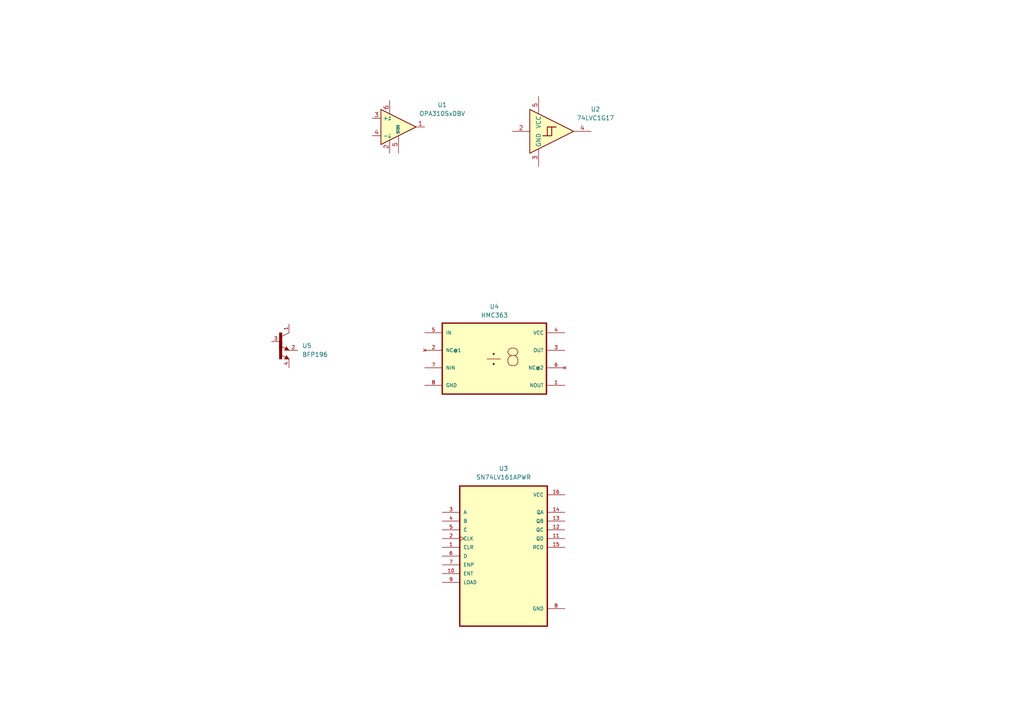
<source format=kicad_sch>
(kicad_sch
	(version 20250114)
	(generator "eeschema")
	(generator_version "9.0")
	(uuid "111c022a-3320-492c-a4da-0a250f390ba3")
	(paper "A4")
	(lib_symbols
		(symbol "74xGxx:74LVC1G17"
			(exclude_from_sim no)
			(in_bom yes)
			(on_board yes)
			(property "Reference" "U"
				(at 0 3.81 0)
				(effects
					(font
						(size 1.27 1.27)
					)
					(justify left)
				)
			)
			(property "Value" "74LVC1G17"
				(at 0 -3.81 0)
				(effects
					(font
						(size 1.27 1.27)
					)
					(justify left)
				)
			)
			(property "Footprint" ""
				(at -2.54 0 0)
				(effects
					(font
						(size 1.27 1.27)
					)
					(hide yes)
				)
			)
			(property "Datasheet" "https://www.ti.com/lit/ds/symlink/sn74lvc1g17.pdf"
				(at 0 -6.35 0)
				(effects
					(font
						(size 1.27 1.27)
					)
					(justify left)
					(hide yes)
				)
			)
			(property "Description" "Single Schmitt Buffer Gate, Low-Voltage CMOS"
				(at 0 0 0)
				(effects
					(font
						(size 1.27 1.27)
					)
					(hide yes)
				)
			)
			(property "ki_keywords" "Single Gate Buff Schmitt LVC CMOS"
				(at 0 0 0)
				(effects
					(font
						(size 1.27 1.27)
					)
					(hide yes)
				)
			)
			(property "ki_fp_filters" "SOT?23* SOT?553* Texas?R-PDSO-G5?DCK* Texas?R-PDSO-N5?DRL* Texas?X2SON*0.8x0.8mm*P0.48mm*"
				(at 0 0 0)
				(effects
					(font
						(size 1.27 1.27)
					)
					(hide yes)
				)
			)
			(symbol "74LVC1G17_0_1"
				(polyline
					(pts
						(xy -7.62 6.35) (xy -7.62 -6.35) (xy 5.08 0) (xy -7.62 6.35)
					)
					(stroke
						(width 0.254)
						(type default)
					)
					(fill
						(type background)
					)
				)
				(polyline
					(pts
						(xy -3.81 -1.27) (xy -2.54 -1.27) (xy -2.54 1.27) (xy -1.27 1.27)
					)
					(stroke
						(width 0.254)
						(type default)
					)
					(fill
						(type background)
					)
				)
				(polyline
					(pts
						(xy -2.54 -1.27) (xy -1.27 -1.27) (xy -1.27 1.27) (xy 0 1.27)
					)
					(stroke
						(width 0.254)
						(type default)
					)
					(fill
						(type background)
					)
				)
			)
			(symbol "74LVC1G17_1_1"
				(pin input line
					(at -12.7 0 0)
					(length 5.08)
					(name "~"
						(effects
							(font
								(size 1.27 1.27)
							)
						)
					)
					(number "2"
						(effects
							(font
								(size 1.27 1.27)
							)
						)
					)
				)
				(pin no_connect line
					(at -7.62 5.08 180)
					(length 5.08)
					(hide yes)
					(name "NC"
						(effects
							(font
								(size 1.27 1.27)
							)
						)
					)
					(number "1"
						(effects
							(font
								(size 1.27 1.27)
							)
						)
					)
				)
				(pin power_in line
					(at -5.08 10.16 270)
					(length 5.08)
					(name "VCC"
						(effects
							(font
								(size 1.27 1.27)
							)
						)
					)
					(number "5"
						(effects
							(font
								(size 1.27 1.27)
							)
						)
					)
				)
				(pin power_in line
					(at -5.08 -10.16 90)
					(length 5.08)
					(name "GND"
						(effects
							(font
								(size 1.27 1.27)
							)
						)
					)
					(number "3"
						(effects
							(font
								(size 1.27 1.27)
							)
						)
					)
				)
				(pin output line
					(at 10.16 0 180)
					(length 5.08)
					(name "~"
						(effects
							(font
								(size 1.27 1.27)
							)
						)
					)
					(number "4"
						(effects
							(font
								(size 1.27 1.27)
							)
						)
					)
				)
			)
			(embedded_fonts no)
		)
		(symbol "Amplifier_Operational:OPA310SxDBV"
			(exclude_from_sim no)
			(in_bom yes)
			(on_board yes)
			(property "Reference" "U"
				(at 0 6.35 0)
				(effects
					(font
						(size 1.27 1.27)
					)
					(justify left)
				)
			)
			(property "Value" "OPA310SxDBV"
				(at 0 3.81 0)
				(effects
					(font
						(size 1.27 1.27)
					)
					(justify left)
				)
			)
			(property "Footprint" "Package_TO_SOT_SMD:SOT-23-6"
				(at 0 -15.24 0)
				(effects
					(font
						(size 1.27 1.27)
					)
					(hide yes)
				)
			)
			(property "Datasheet" "https://www.ti.com/lit/ds/symlink/opa310.pdf"
				(at 0 0 0)
				(effects
					(font
						(size 1.27 1.27)
					)
					(hide yes)
				)
			)
			(property "Description" "Single Rail-to-Rail Input/Output Operational Amplifier with Shutdown, 1.5..5.5V supply, 3MHz GBW, 250uV offset voltage, 150mA output current, SOT-23-6"
				(at 0 0 0)
				(effects
					(font
						(size 1.27 1.27)
					)
					(hide yes)
				)
			)
			(property "ki_keywords" "single opamp "
				(at 0 0 0)
				(effects
					(font
						(size 1.27 1.27)
					)
					(hide yes)
				)
			)
			(property "ki_fp_filters" "SOT?23*"
				(at 0 0 0)
				(effects
					(font
						(size 1.27 1.27)
					)
					(hide yes)
				)
			)
			(symbol "OPA310SxDBV_0_1"
				(polyline
					(pts
						(xy 5.08 0) (xy -5.08 5.08) (xy -5.08 -5.08) (xy 5.08 0)
					)
					(stroke
						(width 0.254)
						(type default)
					)
					(fill
						(type background)
					)
				)
			)
			(symbol "OPA310SxDBV_1_1"
				(pin input line
					(at -7.62 2.54 0)
					(length 2.54)
					(name "+"
						(effects
							(font
								(size 1.27 1.27)
							)
						)
					)
					(number "3"
						(effects
							(font
								(size 1.27 1.27)
							)
						)
					)
				)
				(pin input line
					(at -7.62 -2.54 0)
					(length 2.54)
					(name "-"
						(effects
							(font
								(size 1.27 1.27)
							)
						)
					)
					(number "4"
						(effects
							(font
								(size 1.27 1.27)
							)
						)
					)
				)
				(pin power_in line
					(at -2.54 7.62 270)
					(length 3.81)
					(name "V+"
						(effects
							(font
								(size 0.635 0.635)
							)
						)
					)
					(number "6"
						(effects
							(font
								(size 1.27 1.27)
							)
						)
					)
				)
				(pin power_in line
					(at -2.54 -7.62 90)
					(length 3.81)
					(name "V-"
						(effects
							(font
								(size 0.635 0.635)
							)
						)
					)
					(number "2"
						(effects
							(font
								(size 1.27 1.27)
							)
						)
					)
				)
				(pin input line
					(at 0 -7.62 90)
					(length 5.08)
					(name "~{SHDN}"
						(effects
							(font
								(size 0.635 0.635)
							)
						)
					)
					(number "5"
						(effects
							(font
								(size 1.27 1.27)
							)
						)
					)
				)
				(pin output line
					(at 7.62 0 180)
					(length 2.54)
					(name "~"
						(effects
							(font
								(size 1.27 1.27)
							)
						)
					)
					(number "1"
						(effects
							(font
								(size 1.27 1.27)
							)
						)
					)
				)
			)
			(embedded_fonts no)
		)
		(symbol "BFP196:BFP196"
			(pin_names
				(offset 1.016)
			)
			(exclude_from_sim no)
			(in_bom yes)
			(on_board yes)
			(property "Reference" "U"
				(at 5.0896 2.5448 0)
				(effects
					(font
						(size 1.27 1.27)
					)
					(justify left bottom)
				)
			)
			(property "Value" "BFP196"
				(at 5.0892 0 0)
				(effects
					(font
						(size 1.27 1.27)
					)
					(justify left bottom)
				)
			)
			(property "Footprint" "BFP196:SOT143"
				(at 0 0 0)
				(effects
					(font
						(size 1.27 1.27)
					)
					(justify bottom)
					(hide yes)
				)
			)
			(property "Datasheet" ""
				(at 0 0 0)
				(effects
					(font
						(size 1.27 1.27)
					)
					(hide yes)
				)
			)
			(property "Description" ""
				(at 0 0 0)
				(effects
					(font
						(size 1.27 1.27)
					)
					(hide yes)
				)
			)
			(property "MF" "Infineon Technologies"
				(at 0 0 0)
				(effects
					(font
						(size 1.27 1.27)
					)
					(justify bottom)
					(hide yes)
				)
			)
			(property "Description_1" "RF Transistor NPN 12V 150mA 7.5GHz 700mW Surface Mount PG-SOT343-4"
				(at 0 0 0)
				(effects
					(font
						(size 1.27 1.27)
					)
					(justify bottom)
					(hide yes)
				)
			)
			(property "Package" "TO-253-4 Infineon Technologies"
				(at 0 0 0)
				(effects
					(font
						(size 1.27 1.27)
					)
					(justify bottom)
					(hide yes)
				)
			)
			(property "Price" "None"
				(at 0 0 0)
				(effects
					(font
						(size 1.27 1.27)
					)
					(justify bottom)
					(hide yes)
				)
			)
			(property "SnapEDA_Link" "https://www.snapeda.com/parts/BFP196/Infineon/view-part/?ref=snap"
				(at 0 0 0)
				(effects
					(font
						(size 1.27 1.27)
					)
					(justify bottom)
					(hide yes)
				)
			)
			(property "MP" "BFP196"
				(at 0 0 0)
				(effects
					(font
						(size 1.27 1.27)
					)
					(justify bottom)
					(hide yes)
				)
			)
			(property "Availability" "Not in stock"
				(at 0 0 0)
				(effects
					(font
						(size 1.27 1.27)
					)
					(justify bottom)
					(hide yes)
				)
			)
			(property "Check_prices" "https://www.snapeda.com/parts/BFP196/Infineon/view-part/?ref=eda"
				(at 0 0 0)
				(effects
					(font
						(size 1.27 1.27)
					)
					(justify bottom)
					(hide yes)
				)
			)
			(symbol "BFP196_0_0"
				(rectangle
					(start -0.2544 -2.5437)
					(end 0.508 2.54)
					(stroke
						(width 0.1)
						(type default)
					)
					(fill
						(type outline)
					)
				)
				(rectangle
					(start -0.2541 -5.0822)
					(end 0.508 0)
					(stroke
						(width 0.1)
						(type default)
					)
					(fill
						(type outline)
					)
				)
				(polyline
					(pts
						(xy 1.27 -2.54) (xy 1.778 -1.524)
					)
					(stroke
						(width 0.1524)
						(type default)
					)
					(fill
						(type none)
					)
				)
				(polyline
					(pts
						(xy 1.27 -5.08) (xy 1.778 -4.064)
					)
					(stroke
						(width 0.1524)
						(type default)
					)
					(fill
						(type none)
					)
				)
				(polyline
					(pts
						(xy 1.524 -2.286) (xy 1.905 -2.286)
					)
					(stroke
						(width 0.254)
						(type default)
					)
					(fill
						(type none)
					)
				)
				(polyline
					(pts
						(xy 1.524 -2.413) (xy 2.286 -2.413)
					)
					(stroke
						(width 0.254)
						(type default)
					)
					(fill
						(type none)
					)
				)
				(polyline
					(pts
						(xy 1.524 -4.826) (xy 1.905 -4.826)
					)
					(stroke
						(width 0.254)
						(type default)
					)
					(fill
						(type none)
					)
				)
				(polyline
					(pts
						(xy 1.524 -4.953) (xy 2.286 -4.953)
					)
					(stroke
						(width 0.254)
						(type default)
					)
					(fill
						(type none)
					)
				)
				(polyline
					(pts
						(xy 1.54 -2.04) (xy 0.308 -1.424)
					)
					(stroke
						(width 0.1524)
						(type default)
					)
					(fill
						(type none)
					)
				)
				(polyline
					(pts
						(xy 1.54 -4.58) (xy 0.308 -3.964)
					)
					(stroke
						(width 0.1524)
						(type default)
					)
					(fill
						(type none)
					)
				)
				(polyline
					(pts
						(xy 1.778 -1.524) (xy 2.54 -2.54)
					)
					(stroke
						(width 0.1524)
						(type default)
					)
					(fill
						(type none)
					)
				)
				(polyline
					(pts
						(xy 1.778 -1.778) (xy 1.524 -2.286)
					)
					(stroke
						(width 0.254)
						(type default)
					)
					(fill
						(type none)
					)
				)
				(polyline
					(pts
						(xy 1.778 -4.064) (xy 2.54 -5.08)
					)
					(stroke
						(width 0.1524)
						(type default)
					)
					(fill
						(type none)
					)
				)
				(polyline
					(pts
						(xy 1.778 -4.318) (xy 1.524 -4.826)
					)
					(stroke
						(width 0.254)
						(type default)
					)
					(fill
						(type none)
					)
				)
				(polyline
					(pts
						(xy 1.905 -2.286) (xy 1.778 -2.032)
					)
					(stroke
						(width 0.254)
						(type default)
					)
					(fill
						(type none)
					)
				)
				(polyline
					(pts
						(xy 1.905 -4.826) (xy 1.778 -4.572)
					)
					(stroke
						(width 0.254)
						(type default)
					)
					(fill
						(type none)
					)
				)
				(polyline
					(pts
						(xy 2.286 -2.413) (xy 1.778 -1.778)
					)
					(stroke
						(width 0.254)
						(type default)
					)
					(fill
						(type none)
					)
				)
				(polyline
					(pts
						(xy 2.286 -4.953) (xy 1.778 -4.318)
					)
					(stroke
						(width 0.254)
						(type default)
					)
					(fill
						(type none)
					)
				)
				(polyline
					(pts
						(xy 2.54 2.54) (xy 0.508 1.524)
					)
					(stroke
						(width 0.1524)
						(type default)
					)
					(fill
						(type none)
					)
				)
				(polyline
					(pts
						(xy 2.54 -2.54) (xy 1.27 -2.54)
					)
					(stroke
						(width 0.1524)
						(type default)
					)
					(fill
						(type none)
					)
				)
				(polyline
					(pts
						(xy 2.54 -5.08) (xy 1.27 -5.08)
					)
					(stroke
						(width 0.1524)
						(type default)
					)
					(fill
						(type none)
					)
				)
				(pin passive line
					(at -2.54 0 0)
					(length 2.54)
					(name "~"
						(effects
							(font
								(size 1.016 1.016)
							)
						)
					)
					(number "3"
						(effects
							(font
								(size 1.016 1.016)
							)
						)
					)
				)
				(pin passive line
					(at 2.54 5.08 270)
					(length 2.54)
					(name "~"
						(effects
							(font
								(size 1.016 1.016)
							)
						)
					)
					(number "1"
						(effects
							(font
								(size 1.016 1.016)
							)
						)
					)
				)
				(pin passive line
					(at 2.54 -2.54 0)
					(length 2.54)
					(name "~"
						(effects
							(font
								(size 1.016 1.016)
							)
						)
					)
					(number "2"
						(effects
							(font
								(size 1.016 1.016)
							)
						)
					)
				)
				(pin passive line
					(at 2.54 -5.08 270)
					(length 2.54)
					(name "~"
						(effects
							(font
								(size 1.016 1.016)
							)
						)
					)
					(number "4"
						(effects
							(font
								(size 1.016 1.016)
							)
						)
					)
				)
			)
			(embedded_fonts no)
		)
		(symbol "HMC363:HMC363"
			(pin_names
				(offset 1.016)
			)
			(exclude_from_sim no)
			(in_bom yes)
			(on_board yes)
			(property "Reference" "U"
				(at -15.24 12.7 0)
				(effects
					(font
						(size 1.27 1.27)
					)
					(justify left bottom)
				)
			)
			(property "Value" "HMC363"
				(at -15.24 -13.97 0)
				(effects
					(font
						(size 1.27 1.27)
					)
					(justify left bottom)
				)
			)
			(property "Footprint" "HMC363:SOIC-8"
				(at 0 0 0)
				(effects
					(font
						(size 1.27 1.27)
					)
					(justify bottom)
					(hide yes)
				)
			)
			(property "Datasheet" ""
				(at 0 0 0)
				(effects
					(font
						(size 1.27 1.27)
					)
					(hide yes)
				)
			)
			(property "Description" ""
				(at 0 0 0)
				(effects
					(font
						(size 1.27 1.27)
					)
					(hide yes)
				)
			)
			(property "MF" "Analog Devices"
				(at 0 0 0)
				(effects
					(font
						(size 1.27 1.27)
					)
					(justify bottom)
					(hide yes)
				)
			)
			(property "Description_1" "InGaP HBT Divide-by-8 Chip, DC - 12 GHz"
				(at 0 0 0)
				(effects
					(font
						(size 1.27 1.27)
					)
					(justify bottom)
					(hide yes)
				)
			)
			(property "Package" "Die Analog Devices"
				(at 0 0 0)
				(effects
					(font
						(size 1.27 1.27)
					)
					(justify bottom)
					(hide yes)
				)
			)
			(property "Price" "None"
				(at 0 0 0)
				(effects
					(font
						(size 1.27 1.27)
					)
					(justify bottom)
					(hide yes)
				)
			)
			(property "SnapEDA_Link" "https://www.snapeda.com/parts/HMC363/Analog+Devices/view-part/?ref=snap"
				(at 0 0 0)
				(effects
					(font
						(size 1.27 1.27)
					)
					(justify bottom)
					(hide yes)
				)
			)
			(property "MP" "HMC363"
				(at 0 0 0)
				(effects
					(font
						(size 1.27 1.27)
					)
					(justify bottom)
					(hide yes)
				)
			)
			(property "Availability" "In Stock"
				(at 0 0 0)
				(effects
					(font
						(size 1.27 1.27)
					)
					(justify bottom)
					(hide yes)
				)
			)
			(property "Check_prices" "https://www.snapeda.com/parts/HMC363/Analog+Devices/view-part/?ref=eda"
				(at 0 0 0)
				(effects
					(font
						(size 1.27 1.27)
					)
					(justify bottom)
					(hide yes)
				)
			)
			(symbol "HMC363_0_0"
				(rectangle
					(start -15.24 -10.16)
					(end 14.986 10.414)
					(stroke
						(width 0.4064)
						(type default)
					)
					(fill
						(type background)
					)
				)
				(text "÷8"
					(at -3.556 -2.54 0)
					(effects
						(font
							(size 5.08 5.08)
						)
						(justify left bottom)
					)
				)
				(pin input line
					(at -20.32 7.62 0)
					(length 5.08)
					(name "IN"
						(effects
							(font
								(size 1.016 1.016)
							)
						)
					)
					(number "5"
						(effects
							(font
								(size 1.016 1.016)
							)
						)
					)
				)
				(pin no_connect line
					(at -20.32 2.54 0)
					(length 5.08)
					(name "NC@1"
						(effects
							(font
								(size 1.016 1.016)
							)
						)
					)
					(number "2"
						(effects
							(font
								(size 1.016 1.016)
							)
						)
					)
				)
				(pin input line
					(at -20.32 -2.54 0)
					(length 5.08)
					(name "NIN"
						(effects
							(font
								(size 1.016 1.016)
							)
						)
					)
					(number "7"
						(effects
							(font
								(size 1.016 1.016)
							)
						)
					)
				)
				(pin power_in line
					(at -20.32 -7.62 0)
					(length 5.08)
					(name "GND"
						(effects
							(font
								(size 1.016 1.016)
							)
						)
					)
					(number "8"
						(effects
							(font
								(size 1.016 1.016)
							)
						)
					)
				)
				(pin power_in line
					(at 20.32 7.62 180)
					(length 5.08)
					(name "VCC"
						(effects
							(font
								(size 1.016 1.016)
							)
						)
					)
					(number "4"
						(effects
							(font
								(size 1.016 1.016)
							)
						)
					)
				)
				(pin output line
					(at 20.32 2.54 180)
					(length 5.08)
					(name "OUT"
						(effects
							(font
								(size 1.016 1.016)
							)
						)
					)
					(number "3"
						(effects
							(font
								(size 1.016 1.016)
							)
						)
					)
				)
				(pin no_connect line
					(at 20.32 -2.54 180)
					(length 5.08)
					(name "NC@2"
						(effects
							(font
								(size 1.016 1.016)
							)
						)
					)
					(number "6"
						(effects
							(font
								(size 1.016 1.016)
							)
						)
					)
				)
				(pin output line
					(at 20.32 -7.62 180)
					(length 5.08)
					(name "NOUT"
						(effects
							(font
								(size 1.016 1.016)
							)
						)
					)
					(number "1"
						(effects
							(font
								(size 1.016 1.016)
							)
						)
					)
				)
			)
			(embedded_fonts no)
		)
		(symbol "SN74LV161APWR:SN74LV161APWR"
			(pin_names
				(offset 1.016)
			)
			(exclude_from_sim no)
			(in_bom yes)
			(on_board yes)
			(property "Reference" "U"
				(at -12.7 21.32 0)
				(effects
					(font
						(size 1.27 1.27)
					)
					(justify left bottom)
				)
			)
			(property "Value" "SN74LV161APWR"
				(at -12.7 -24.32 0)
				(effects
					(font
						(size 1.27 1.27)
					)
					(justify left bottom)
				)
			)
			(property "Footprint" "SN74LV161APWR:SOP65P640X120-16N"
				(at 0 0 0)
				(effects
					(font
						(size 1.27 1.27)
					)
					(justify bottom)
					(hide yes)
				)
			)
			(property "Datasheet" ""
				(at 0 0 0)
				(effects
					(font
						(size 1.27 1.27)
					)
					(hide yes)
				)
			)
			(property "Description" ""
				(at 0 0 0)
				(effects
					(font
						(size 1.27 1.27)
					)
					(hide yes)
				)
			)
			(property "MF" "Texas Instruments"
				(at 0 0 0)
				(effects
					(font
						(size 1.27 1.27)
					)
					(justify bottom)
					(hide yes)
				)
			)
			(property "Description_1" "4-Bit Synchronous Binary Counters"
				(at 0 0 0)
				(effects
					(font
						(size 1.27 1.27)
					)
					(justify bottom)
					(hide yes)
				)
			)
			(property "Package" "TSSOP-16 Texas Instruments"
				(at 0 0 0)
				(effects
					(font
						(size 1.27 1.27)
					)
					(justify bottom)
					(hide yes)
				)
			)
			(property "Price" "None"
				(at 0 0 0)
				(effects
					(font
						(size 1.27 1.27)
					)
					(justify bottom)
					(hide yes)
				)
			)
			(property "SnapEDA_Link" "https://www.snapeda.com/parts/SN74LV161APWR/Texas+Instruments/view-part/?ref=snap"
				(at 0 0 0)
				(effects
					(font
						(size 1.27 1.27)
					)
					(justify bottom)
					(hide yes)
				)
			)
			(property "MP" "SN74LV161APWR"
				(at 0 0 0)
				(effects
					(font
						(size 1.27 1.27)
					)
					(justify bottom)
					(hide yes)
				)
			)
			(property "Availability" "In Stock"
				(at 0 0 0)
				(effects
					(font
						(size 1.27 1.27)
					)
					(justify bottom)
					(hide yes)
				)
			)
			(property "Check_prices" "https://www.snapeda.com/parts/SN74LV161APWR/Texas+Instruments/view-part/?ref=eda"
				(at 0 0 0)
				(effects
					(font
						(size 1.27 1.27)
					)
					(justify bottom)
					(hide yes)
				)
			)
			(symbol "SN74LV161APWR_0_0"
				(rectangle
					(start -12.7 -20.32)
					(end 12.7 20.32)
					(stroke
						(width 0.41)
						(type default)
					)
					(fill
						(type background)
					)
				)
				(pin input line
					(at -17.78 12.7 0)
					(length 5.08)
					(name "A"
						(effects
							(font
								(size 1.016 1.016)
							)
						)
					)
					(number "3"
						(effects
							(font
								(size 1.016 1.016)
							)
						)
					)
				)
				(pin input line
					(at -17.78 10.16 0)
					(length 5.08)
					(name "B"
						(effects
							(font
								(size 1.016 1.016)
							)
						)
					)
					(number "4"
						(effects
							(font
								(size 1.016 1.016)
							)
						)
					)
				)
				(pin input line
					(at -17.78 7.62 0)
					(length 5.08)
					(name "C"
						(effects
							(font
								(size 1.016 1.016)
							)
						)
					)
					(number "5"
						(effects
							(font
								(size 1.016 1.016)
							)
						)
					)
				)
				(pin input clock
					(at -17.78 5.08 0)
					(length 5.08)
					(name "CLK"
						(effects
							(font
								(size 1.016 1.016)
							)
						)
					)
					(number "2"
						(effects
							(font
								(size 1.016 1.016)
							)
						)
					)
				)
				(pin input line
					(at -17.78 2.54 0)
					(length 5.08)
					(name "CLR"
						(effects
							(font
								(size 1.016 1.016)
							)
						)
					)
					(number "1"
						(effects
							(font
								(size 1.016 1.016)
							)
						)
					)
				)
				(pin input line
					(at -17.78 0 0)
					(length 5.08)
					(name "D"
						(effects
							(font
								(size 1.016 1.016)
							)
						)
					)
					(number "6"
						(effects
							(font
								(size 1.016 1.016)
							)
						)
					)
				)
				(pin input line
					(at -17.78 -2.54 0)
					(length 5.08)
					(name "ENP"
						(effects
							(font
								(size 1.016 1.016)
							)
						)
					)
					(number "7"
						(effects
							(font
								(size 1.016 1.016)
							)
						)
					)
				)
				(pin input line
					(at -17.78 -5.08 0)
					(length 5.08)
					(name "ENT"
						(effects
							(font
								(size 1.016 1.016)
							)
						)
					)
					(number "10"
						(effects
							(font
								(size 1.016 1.016)
							)
						)
					)
				)
				(pin input line
					(at -17.78 -7.62 0)
					(length 5.08)
					(name "LOAD"
						(effects
							(font
								(size 1.016 1.016)
							)
						)
					)
					(number "9"
						(effects
							(font
								(size 1.016 1.016)
							)
						)
					)
				)
				(pin power_in line
					(at 17.78 17.78 180)
					(length 5.08)
					(name "VCC"
						(effects
							(font
								(size 1.016 1.016)
							)
						)
					)
					(number "16"
						(effects
							(font
								(size 1.016 1.016)
							)
						)
					)
				)
				(pin output line
					(at 17.78 12.7 180)
					(length 5.08)
					(name "QA"
						(effects
							(font
								(size 1.016 1.016)
							)
						)
					)
					(number "14"
						(effects
							(font
								(size 1.016 1.016)
							)
						)
					)
				)
				(pin output line
					(at 17.78 10.16 180)
					(length 5.08)
					(name "QB"
						(effects
							(font
								(size 1.016 1.016)
							)
						)
					)
					(number "13"
						(effects
							(font
								(size 1.016 1.016)
							)
						)
					)
				)
				(pin output line
					(at 17.78 7.62 180)
					(length 5.08)
					(name "QC"
						(effects
							(font
								(size 1.016 1.016)
							)
						)
					)
					(number "12"
						(effects
							(font
								(size 1.016 1.016)
							)
						)
					)
				)
				(pin output line
					(at 17.78 5.08 180)
					(length 5.08)
					(name "QD"
						(effects
							(font
								(size 1.016 1.016)
							)
						)
					)
					(number "11"
						(effects
							(font
								(size 1.016 1.016)
							)
						)
					)
				)
				(pin output line
					(at 17.78 2.54 180)
					(length 5.08)
					(name "RCO"
						(effects
							(font
								(size 1.016 1.016)
							)
						)
					)
					(number "15"
						(effects
							(font
								(size 1.016 1.016)
							)
						)
					)
				)
				(pin power_in line
					(at 17.78 -15.24 180)
					(length 5.08)
					(name "GND"
						(effects
							(font
								(size 1.016 1.016)
							)
						)
					)
					(number "8"
						(effects
							(font
								(size 1.016 1.016)
							)
						)
					)
				)
			)
			(embedded_fonts no)
		)
	)
	(symbol
		(lib_id "Amplifier_Operational:OPA310SxDBV")
		(at 115.57 36.83 0)
		(unit 1)
		(exclude_from_sim no)
		(in_bom yes)
		(on_board yes)
		(dnp no)
		(fields_autoplaced yes)
		(uuid "32405e64-4b72-45f7-872c-1933f294b2e7")
		(property "Reference" "U1"
			(at 128.27 30.4098 0)
			(effects
				(font
					(size 1.27 1.27)
				)
			)
		)
		(property "Value" "OPA310SxDBV"
			(at 128.27 32.9498 0)
			(effects
				(font
					(size 1.27 1.27)
				)
			)
		)
		(property "Footprint" "Package_TO_SOT_SMD:SOT-23-6"
			(at 115.57 52.07 0)
			(effects
				(font
					(size 1.27 1.27)
				)
				(hide yes)
			)
		)
		(property "Datasheet" "https://www.ti.com/lit/ds/symlink/opa310.pdf"
			(at 115.57 36.83 0)
			(effects
				(font
					(size 1.27 1.27)
				)
				(hide yes)
			)
		)
		(property "Description" "Single Rail-to-Rail Input/Output Operational Amplifier with Shutdown, 1.5..5.5V supply, 3MHz GBW, 250uV offset voltage, 150mA output current, SOT-23-6"
			(at 115.57 36.83 0)
			(effects
				(font
					(size 1.27 1.27)
				)
				(hide yes)
			)
		)
		(pin "3"
			(uuid "adf2730b-f27d-4f14-b2a7-183f4dc0be8f")
		)
		(pin "2"
			(uuid "6250fccf-5d49-423d-9004-3231db962246")
		)
		(pin "4"
			(uuid "a2af94da-fc78-462b-a39b-94cc84ec208d")
		)
		(pin "5"
			(uuid "967b90a3-7847-424a-aab9-2f9a80fbdc4b")
		)
		(pin "1"
			(uuid "b59091c5-c2f7-4f2f-9d9e-533c81850084")
		)
		(pin "6"
			(uuid "d44740f6-d0d7-487b-a139-bf8c5b9b1c57")
		)
		(instances
			(project ""
				(path "/111c022a-3320-492c-a4da-0a250f390ba3"
					(reference "U1")
					(unit 1)
				)
			)
		)
	)
	(symbol
		(lib_id "HMC363:HMC363")
		(at 143.51 104.14 0)
		(unit 1)
		(exclude_from_sim no)
		(in_bom yes)
		(on_board yes)
		(dnp no)
		(fields_autoplaced yes)
		(uuid "449d20a5-cd6a-464f-8252-7a39510ac1ff")
		(property "Reference" "U4"
			(at 143.4084 88.9 0)
			(effects
				(font
					(size 1.27 1.27)
				)
			)
		)
		(property "Value" "HMC363"
			(at 143.4084 91.44 0)
			(effects
				(font
					(size 1.27 1.27)
				)
			)
		)
		(property "Footprint" "HMC363:SOIC-8"
			(at 143.51 104.14 0)
			(effects
				(font
					(size 1.27 1.27)
				)
				(justify bottom)
				(hide yes)
			)
		)
		(property "Datasheet" ""
			(at 143.51 104.14 0)
			(effects
				(font
					(size 1.27 1.27)
				)
				(hide yes)
			)
		)
		(property "Description" ""
			(at 143.51 104.14 0)
			(effects
				(font
					(size 1.27 1.27)
				)
				(hide yes)
			)
		)
		(property "MF" "Analog Devices"
			(at 143.51 104.14 0)
			(effects
				(font
					(size 1.27 1.27)
				)
				(justify bottom)
				(hide yes)
			)
		)
		(property "Description_1" "InGaP HBT Divide-by-8 Chip, DC - 12 GHz"
			(at 143.51 104.14 0)
			(effects
				(font
					(size 1.27 1.27)
				)
				(justify bottom)
				(hide yes)
			)
		)
		(property "Package" "Die Analog Devices"
			(at 143.51 104.14 0)
			(effects
				(font
					(size 1.27 1.27)
				)
				(justify bottom)
				(hide yes)
			)
		)
		(property "Price" "None"
			(at 143.51 104.14 0)
			(effects
				(font
					(size 1.27 1.27)
				)
				(justify bottom)
				(hide yes)
			)
		)
		(property "SnapEDA_Link" "https://www.snapeda.com/parts/HMC363/Analog+Devices/view-part/?ref=snap"
			(at 143.51 104.14 0)
			(effects
				(font
					(size 1.27 1.27)
				)
				(justify bottom)
				(hide yes)
			)
		)
		(property "MP" "HMC363"
			(at 143.51 104.14 0)
			(effects
				(font
					(size 1.27 1.27)
				)
				(justify bottom)
				(hide yes)
			)
		)
		(property "Availability" "In Stock"
			(at 143.51 104.14 0)
			(effects
				(font
					(size 1.27 1.27)
				)
				(justify bottom)
				(hide yes)
			)
		)
		(property "Check_prices" "https://www.snapeda.com/parts/HMC363/Analog+Devices/view-part/?ref=eda"
			(at 143.51 104.14 0)
			(effects
				(font
					(size 1.27 1.27)
				)
				(justify bottom)
				(hide yes)
			)
		)
		(pin "2"
			(uuid "4f23beb1-6f6f-4cc5-8787-7651acb407f2")
		)
		(pin "6"
			(uuid "c7e08c1a-9a2c-4a6e-8c42-15726c19d4c0")
		)
		(pin "4"
			(uuid "585968df-59d5-4442-958c-4d56cdde9ef1")
		)
		(pin "8"
			(uuid "22e9d7e2-48c7-4a13-a697-8e2da7ffa7e2")
		)
		(pin "3"
			(uuid "be0eb68c-a155-46ae-ac66-060d7305d08d")
		)
		(pin "1"
			(uuid "dc082fd2-121a-4a04-8c68-fc4e3c46f6d2")
		)
		(pin "7"
			(uuid "b0bddacc-f810-422e-b3eb-b609d4863adc")
		)
		(pin "5"
			(uuid "54103e51-21ed-4fb2-8494-84f0317a9215")
		)
		(instances
			(project ""
				(path "/111c022a-3320-492c-a4da-0a250f390ba3"
					(reference "U4")
					(unit 1)
				)
			)
		)
	)
	(symbol
		(lib_id "BFP196:BFP196")
		(at 81.28 99.06 0)
		(unit 1)
		(exclude_from_sim no)
		(in_bom yes)
		(on_board yes)
		(dnp no)
		(fields_autoplaced yes)
		(uuid "490c428d-9565-42fe-85d9-965edea1cec3")
		(property "Reference" "U5"
			(at 87.63 100.2918 0)
			(effects
				(font
					(size 1.27 1.27)
				)
				(justify left)
			)
		)
		(property "Value" "BFP196"
			(at 87.63 102.8318 0)
			(effects
				(font
					(size 1.27 1.27)
				)
				(justify left)
			)
		)
		(property "Footprint" "BFP196:SOT143"
			(at 81.28 99.06 0)
			(effects
				(font
					(size 1.27 1.27)
				)
				(justify bottom)
				(hide yes)
			)
		)
		(property "Datasheet" ""
			(at 81.28 99.06 0)
			(effects
				(font
					(size 1.27 1.27)
				)
				(hide yes)
			)
		)
		(property "Description" ""
			(at 81.28 99.06 0)
			(effects
				(font
					(size 1.27 1.27)
				)
				(hide yes)
			)
		)
		(property "MF" "Infineon Technologies"
			(at 81.28 99.06 0)
			(effects
				(font
					(size 1.27 1.27)
				)
				(justify bottom)
				(hide yes)
			)
		)
		(property "Description_1" "RF Transistor NPN 12V 150mA 7.5GHz 700mW Surface Mount PG-SOT343-4"
			(at 81.28 99.06 0)
			(effects
				(font
					(size 1.27 1.27)
				)
				(justify bottom)
				(hide yes)
			)
		)
		(property "Package" "TO-253-4 Infineon Technologies"
			(at 81.28 99.06 0)
			(effects
				(font
					(size 1.27 1.27)
				)
				(justify bottom)
				(hide yes)
			)
		)
		(property "Price" "None"
			(at 81.28 99.06 0)
			(effects
				(font
					(size 1.27 1.27)
				)
				(justify bottom)
				(hide yes)
			)
		)
		(property "SnapEDA_Link" "https://www.snapeda.com/parts/BFP196/Infineon/view-part/?ref=snap"
			(at 81.28 99.06 0)
			(effects
				(font
					(size 1.27 1.27)
				)
				(justify bottom)
				(hide yes)
			)
		)
		(property "MP" "BFP196"
			(at 81.28 99.06 0)
			(effects
				(font
					(size 1.27 1.27)
				)
				(justify bottom)
				(hide yes)
			)
		)
		(property "Availability" "Not in stock"
			(at 81.28 99.06 0)
			(effects
				(font
					(size 1.27 1.27)
				)
				(justify bottom)
				(hide yes)
			)
		)
		(property "Check_prices" "https://www.snapeda.com/parts/BFP196/Infineon/view-part/?ref=eda"
			(at 81.28 99.06 0)
			(effects
				(font
					(size 1.27 1.27)
				)
				(justify bottom)
				(hide yes)
			)
		)
		(pin "1"
			(uuid "458a06fe-f24c-47cf-ab26-a4e43e1510a8")
		)
		(pin "3"
			(uuid "4f1cb53c-ee43-4adf-bac3-74f92120522d")
		)
		(pin "2"
			(uuid "0d528dd6-dc4d-41d0-a5a7-366db131eeaa")
		)
		(pin "4"
			(uuid "757241c2-9495-48ca-8610-3e23bad3288c")
		)
		(instances
			(project ""
				(path "/111c022a-3320-492c-a4da-0a250f390ba3"
					(reference "U5")
					(unit 1)
				)
			)
		)
	)
	(symbol
		(lib_id "SN74LV161APWR:SN74LV161APWR")
		(at 146.05 161.29 0)
		(unit 1)
		(exclude_from_sim no)
		(in_bom yes)
		(on_board yes)
		(dnp no)
		(fields_autoplaced yes)
		(uuid "8c1f6e9f-9a8c-485b-9177-5da9d03e0759")
		(property "Reference" "U3"
			(at 146.05 135.89 0)
			(effects
				(font
					(size 1.27 1.27)
				)
			)
		)
		(property "Value" "SN74LV161APWR"
			(at 146.05 138.43 0)
			(effects
				(font
					(size 1.27 1.27)
				)
			)
		)
		(property "Footprint" "SN74LV161APWR:SOP65P640X120-16N"
			(at 146.05 161.29 0)
			(effects
				(font
					(size 1.27 1.27)
				)
				(justify bottom)
				(hide yes)
			)
		)
		(property "Datasheet" ""
			(at 146.05 161.29 0)
			(effects
				(font
					(size 1.27 1.27)
				)
				(hide yes)
			)
		)
		(property "Description" ""
			(at 146.05 161.29 0)
			(effects
				(font
					(size 1.27 1.27)
				)
				(hide yes)
			)
		)
		(property "MF" "Texas Instruments"
			(at 146.05 161.29 0)
			(effects
				(font
					(size 1.27 1.27)
				)
				(justify bottom)
				(hide yes)
			)
		)
		(property "Description_1" "4-Bit Synchronous Binary Counters"
			(at 146.05 161.29 0)
			(effects
				(font
					(size 1.27 1.27)
				)
				(justify bottom)
				(hide yes)
			)
		)
		(property "Package" "TSSOP-16 Texas Instruments"
			(at 146.05 161.29 0)
			(effects
				(font
					(size 1.27 1.27)
				)
				(justify bottom)
				(hide yes)
			)
		)
		(property "Price" "None"
			(at 146.05 161.29 0)
			(effects
				(font
					(size 1.27 1.27)
				)
				(justify bottom)
				(hide yes)
			)
		)
		(property "SnapEDA_Link" "https://www.snapeda.com/parts/SN74LV161APWR/Texas+Instruments/view-part/?ref=snap"
			(at 146.05 161.29 0)
			(effects
				(font
					(size 1.27 1.27)
				)
				(justify bottom)
				(hide yes)
			)
		)
		(property "MP" "SN74LV161APWR"
			(at 146.05 161.29 0)
			(effects
				(font
					(size 1.27 1.27)
				)
				(justify bottom)
				(hide yes)
			)
		)
		(property "Availability" "In Stock"
			(at 146.05 161.29 0)
			(effects
				(font
					(size 1.27 1.27)
				)
				(justify bottom)
				(hide yes)
			)
		)
		(property "Check_prices" "https://www.snapeda.com/parts/SN74LV161APWR/Texas+Instruments/view-part/?ref=eda"
			(at 146.05 161.29 0)
			(effects
				(font
					(size 1.27 1.27)
				)
				(justify bottom)
				(hide yes)
			)
		)
		(pin "7"
			(uuid "72918e08-686a-4358-8fb9-ef2fd007801d")
		)
		(pin "1"
			(uuid "be8b164b-3f1a-4506-84d0-9bf37d30ecc7")
		)
		(pin "13"
			(uuid "003668fa-b543-4673-bbba-6e56987de451")
		)
		(pin "3"
			(uuid "ddaa69ab-1cd7-49c8-b3e3-0f1c1a0b92ef")
		)
		(pin "5"
			(uuid "525e880e-1342-47ab-ac24-5c0cc3db4917")
		)
		(pin "4"
			(uuid "328093be-bc95-4426-ada1-d3011ab74f99")
		)
		(pin "2"
			(uuid "2ddc7adf-4400-45b3-8c50-002461d25e42")
		)
		(pin "6"
			(uuid "7c2453a7-4aa3-47bf-af6e-757e3c46e4ad")
		)
		(pin "10"
			(uuid "1a9c0577-17e5-4493-870b-07f5a16125f4")
		)
		(pin "9"
			(uuid "421f2ce8-0361-4f91-80c4-6cbd3d8572f0")
		)
		(pin "16"
			(uuid "151c6698-c5d7-41f6-ac5b-1d50bb8b0739")
		)
		(pin "14"
			(uuid "62c37748-ffbb-42ae-a4af-9f20030795a3")
		)
		(pin "12"
			(uuid "1aa777a8-837b-4662-9f74-8bd4732bc83f")
		)
		(pin "11"
			(uuid "444b6e63-9e5f-470f-914a-1958637acb38")
		)
		(pin "15"
			(uuid "54035710-90ed-4771-902c-df552310ed40")
		)
		(pin "8"
			(uuid "e2f95060-c7b3-4e65-8f5a-4bf6bb7879b9")
		)
		(instances
			(project ""
				(path "/111c022a-3320-492c-a4da-0a250f390ba3"
					(reference "U3")
					(unit 1)
				)
			)
		)
	)
	(symbol
		(lib_id "74xGxx:74LVC1G17")
		(at 161.29 38.1 0)
		(unit 1)
		(exclude_from_sim no)
		(in_bom yes)
		(on_board yes)
		(dnp no)
		(fields_autoplaced yes)
		(uuid "d0cd804e-bebd-4078-8bfb-49a97381a9f2")
		(property "Reference" "U2"
			(at 172.72 31.6798 0)
			(effects
				(font
					(size 1.27 1.27)
				)
			)
		)
		(property "Value" "74LVC1G17"
			(at 172.72 34.2198 0)
			(effects
				(font
					(size 1.27 1.27)
				)
			)
		)
		(property "Footprint" "Package_TO_SOT_SMD:SOT-23-5_HandSoldering"
			(at 158.75 38.1 0)
			(effects
				(font
					(size 1.27 1.27)
				)
				(hide yes)
			)
		)
		(property "Datasheet" "https://www.ti.com/lit/ds/symlink/sn74lvc1g17.pdf"
			(at 161.29 44.45 0)
			(effects
				(font
					(size 1.27 1.27)
				)
				(justify left)
				(hide yes)
			)
		)
		(property "Description" "Single Schmitt Buffer Gate, Low-Voltage CMOS"
			(at 161.29 38.1 0)
			(effects
				(font
					(size 1.27 1.27)
				)
				(hide yes)
			)
		)
		(pin "3"
			(uuid "a9f3d26e-7c66-4d18-ab08-b8ab479a5907")
		)
		(pin "4"
			(uuid "313774d3-bcb5-41c7-8a1f-f530416dab3d")
		)
		(pin "1"
			(uuid "69805fdf-af5e-4a3c-a1af-6afe084ca355")
		)
		(pin "2"
			(uuid "1a3b0137-9b13-4944-93ed-209246531d45")
		)
		(pin "5"
			(uuid "1c4b7993-7610-4e4d-a7bd-cdc7e4671f22")
		)
		(instances
			(project ""
				(path "/111c022a-3320-492c-a4da-0a250f390ba3"
					(reference "U2")
					(unit 1)
				)
			)
		)
	)
	(sheet_instances
		(path "/"
			(page "1")
		)
	)
	(embedded_fonts no)
)

</source>
